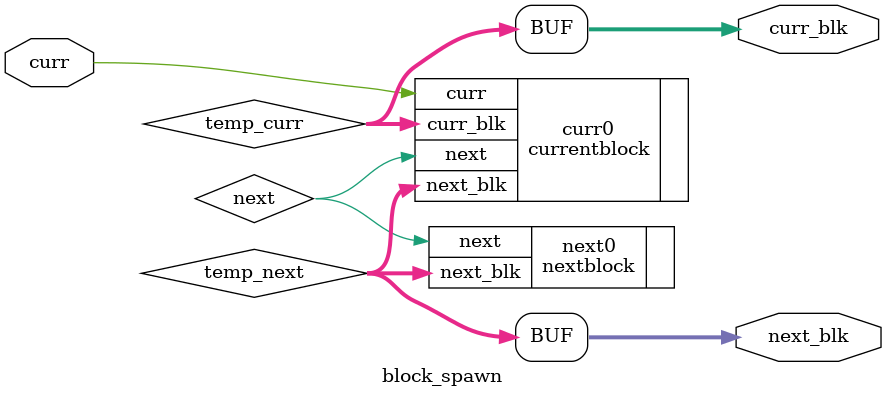
<source format=v>
`timescale 1ns / 1ps


module block_spawn(input curr, output [2:0] curr_blk, next_blk);

wire next;
wire [2:0] temp_next, temp_curr;
currentblock curr0(.curr(curr), .curr_blk(temp_curr), .next_blk(temp_next), .next(next));
nextblock next0(.next(next), .next_blk(temp_next));

assign curr_blk = temp_curr;
assign next_blk = temp_next;
endmodule
</source>
